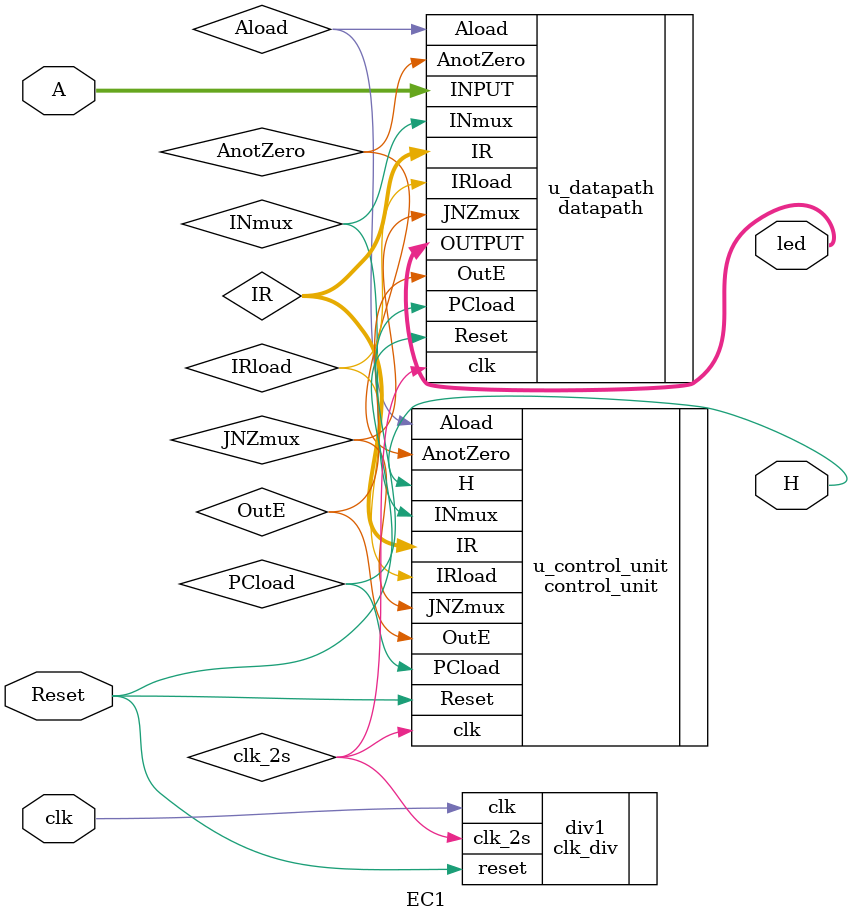
<source format=v>
module EC1(
    input [7:0] A,
    input clk, Reset,
    output [7:0] led,
    output H
);
    wire clk_2s;
    clk_div div1(.clk(clk), .reset(Reset), .clk_2s(clk_2s));

    wire IRload, JNZmux, PCload, INmux, Aload, OutE;
    wire AnotZero;
    wire [2:0] IR;
    
    datapath u_datapath(
        .IRload   (IRload   ),
        .JNZmux   (JNZmux   ),
        .PCload   (PCload   ),
        .INmux    (INmux    ),
        .Aload    (Aload    ),
        .Reset    (Reset    ),
        .clk      (clk_2s   ),
        .OutE     (OutE     ),
        .INPUT    (A        ),
        .IR       (IR       ),
        .AnotZero (AnotZero ),
        .OUTPUT   (led      )
    );
    
    control_unit u_control_unit(
        .clk      (clk_2s   ),
        .Reset    (Reset    ),
        .AnotZero (AnotZero ),
        .IR       (IR       ),
        .IRload   (IRload   ),
        .JNZmux   (JNZmux   ),
        .PCload   (PCload   ),
        .INmux    (INmux    ),
        .Aload    (Aload    ),
        .OutE     (OutE     ),
        .H        (H        ) 
    );
endmodule
</source>
